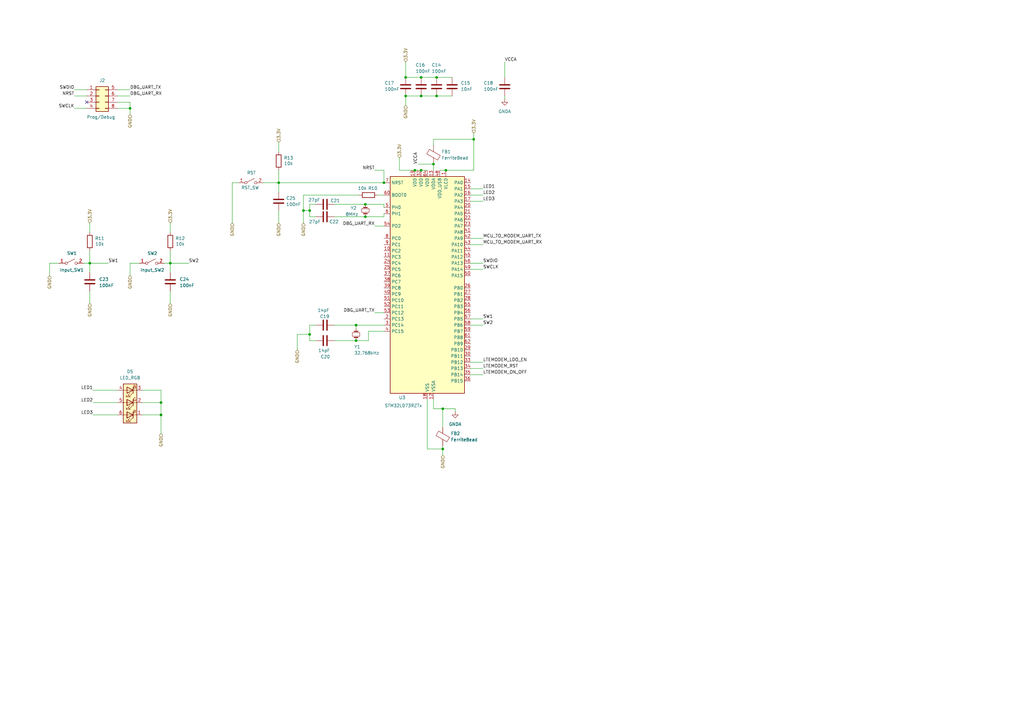
<source format=kicad_sch>
(kicad_sch (version 20231120) (generator "eeschema") (generator_version "8.0")
  (paper "A3")
  (lib_symbols
    (symbol "Connector_Generic:Conn_02x04_Top_Bottom" (pin_names (offset 1.016) hide)
      (property "Reference" "J" (at 1.27 5.08 0))
      (property "Value" "Conn_02x04_Top_Bottom" (at 1.27 -7.62 0))
      (symbol "Conn_02x04_Top_Bottom_1_1"
        (rectangle (start -1.27 -4.953) (end 0 -5.207) (stroke (width 0.1524)))
        (rectangle (start -1.27 -2.413) (end 0 -2.667) (stroke (width 0.1524)))
        (rectangle (start -1.27 0.127) (end 0 -0.127) (stroke (width 0.1524)))
        (rectangle (start -1.27 2.667) (end 0 2.413) (stroke (width 0.1524)))
        (rectangle (start -1.27 3.81) (end 3.81 -6.35) (stroke (width 0.254)) (fill (type background)))
        (rectangle (start 3.81 -4.953) (end 2.54 -5.207) (stroke (width 0.1524)))
        (rectangle (start 3.81 -2.413) (end 2.54 -2.667) (stroke (width 0.1524)))
        (rectangle (start 3.81 0.127) (end 2.54 -0.127) (stroke (width 0.1524)))
        (rectangle (start 3.81 2.667) (end 2.54 2.413) (stroke (width 0.1524)))
        (pin passive line (at -5.08 2.54 0) (length 3.81) (name "Pin_1") (number "1"))
        (pin passive line (at -5.08 0 0) (length 3.81) (name "Pin_2") (number "2"))
        (pin passive line (at -5.08 -2.54 0) (length 3.81) (name "Pin_3") (number "3"))
        (pin passive line (at -5.08 -5.08 0) (length 3.81) (name "Pin_4") (number "4"))
        (pin passive line (at 7.62 2.54 180) (length 3.81) (name "Pin_5") (number "5"))
        (pin passive line (at 7.62 0 180) (length 3.81) (name "Pin_6") (number "6"))
        (pin passive line (at 7.62 -2.54 180) (length 3.81) (name "Pin_7") (number "7"))
        (pin passive line (at 7.62 -5.08 180) (length 3.81) (name "Pin_8") (number "8"))
      )
    )
    (symbol "Device:C" (pin_numbers hide) (pin_names (offset 0.254))
      (property "Reference" "C" (at 0.635 2.54 0))
      (property "Value" "C" (at 0.635 -2.54 0))
      (symbol "C_0_1"
        (polyline (pts (xy -2.032 -0.762) (xy 2.032 -0.762)) (stroke (width 0.508)))
        (polyline (pts (xy -2.032 0.762) (xy 2.032 0.762)) (stroke (width 0.508)))
      )
      (symbol "C_1_1"
        (pin passive line (at 0 3.81 270) (length 2.794) (name "~") (number "1"))
        (pin passive line (at 0 -3.81 90) (length 2.794) (name "~") (number "2"))
      )
    )
    (symbol "Device:FerriteBead" (pin_numbers hide) (pin_names (offset 0))
      (property "Reference" "FB" (at -3.81 0.635 90))
      (property "Value" "FerriteBead" (at 3.81 0 90))
      (symbol "FerriteBead_0_1"
        (polyline (pts (xy 0 -1.27) (xy 0 -1.2192)))
        (polyline (pts (xy 0 1.27) (xy 0 1.2954)))
        (polyline (pts (xy -2.7686 0.4064) (xy -1.7018 2.2606) (xy 2.7686 -0.3048) (xy 1.6764 -2.159) (xy -2.7686 0.4064)))
      )
      (symbol "FerriteBead_1_1"
        (pin passive line (at 0 3.81 270) (length 2.54) (name "~") (number "1"))
        (pin passive line (at 0 -3.81 90) (length 2.54) (name "~") (number "2"))
      )
    )
    (symbol "Device:LED_RGB" (pin_names (offset 0) hide)
      (property "Reference" "D" (at 0 9.398 0))
      (property "Value" "LED_RGB" (at 0 -8.89 0))
      (symbol "LED_RGB_0_0"
        (text "B" (at -1.905 -6.35 0) (effects (font (size 1.27 1.27))))
        (text "G" (at -1.905 -1.27 0) (effects (font (size 1.27 1.27))))
        (text "R" (at -1.905 3.81 0) (effects (font (size 1.27 1.27))))
      )
      (symbol "LED_RGB_0_1"
        (polyline (pts (xy -1.27 -5.08) (xy -2.54 -5.08)))
        (polyline (pts (xy -1.27 -5.08) (xy 1.27 -5.08)))
        (polyline (pts (xy -1.27 -3.81) (xy -1.27 -6.35)) (stroke (width 0.254)))
        (polyline (pts (xy -1.27 0) (xy -2.54 0)))
        (polyline (pts (xy -1.27 1.27) (xy -1.27 -1.27)) (stroke (width 0.254)))
        (polyline (pts (xy -1.27 5.08) (xy -2.54 5.08)))
        (polyline (pts (xy -1.27 5.08) (xy 1.27 5.08)))
        (polyline (pts (xy -1.27 6.35) (xy -1.27 3.81)) (stroke (width 0.254)))
        (polyline (pts (xy 1.27 -5.08) (xy 2.54 -5.08)))
        (polyline (pts (xy 1.27 0) (xy -1.27 0)))
        (polyline (pts (xy 1.27 0) (xy 2.54 0)))
        (polyline (pts (xy 1.27 5.08) (xy 2.54 5.08)))
        (polyline (pts (xy -1.27 1.27) (xy -1.27 -1.27) (xy -1.27 -1.27)))
        (polyline (pts (xy -1.27 6.35) (xy -1.27 3.81) (xy -1.27 3.81)))
        (polyline (pts (xy 1.27 -3.81) (xy 1.27 -6.35) (xy -1.27 -5.08) (xy 1.27 -3.81)) (stroke (width 0.254)))
        (polyline (pts (xy 1.27 1.27) (xy 1.27 -1.27) (xy -1.27 0) (xy 1.27 1.27)) (stroke (width 0.254)))
        (polyline (pts (xy 1.27 6.35) (xy 1.27 3.81) (xy -1.27 5.08) (xy 1.27 6.35)) (stroke (width 0.254)))
        (polyline (pts (xy -1.016 -3.81) (xy 0.508 -2.286) (xy -0.254 -2.286) (xy 0.508 -2.286) (xy 0.508 -3.048)))
        (polyline (pts (xy -1.016 1.27) (xy 0.508 2.794) (xy -0.254 2.794) (xy 0.508 2.794) (xy 0.508 2.032)))
        (polyline (pts (xy -1.016 6.35) (xy 0.508 7.874) (xy -0.254 7.874) (xy 0.508 7.874) (xy 0.508 7.112)))
        (polyline (pts (xy 0 -3.81) (xy 1.524 -2.286) (xy 0.762 -2.286) (xy 1.524 -2.286) (xy 1.524 -3.048)))
        (polyline (pts (xy 0 1.27) (xy 1.524 2.794) (xy 0.762 2.794) (xy 1.524 2.794) (xy 1.524 2.032)))
        (polyline (pts (xy 0 6.35) (xy 1.524 7.874) (xy 0.762 7.874) (xy 1.524 7.874) (xy 1.524 7.112)))
        (rectangle (start 1.27 -1.27) (end 1.27 1.27))
        (rectangle (start 1.27 1.27) (end 1.27 1.27))
        (rectangle (start 1.27 3.81) (end 1.27 6.35))
        (rectangle (start 1.27 6.35) (end 1.27 6.35))
        (rectangle (start 2.794 8.382) (end -2.794 -7.62) (stroke (width 0.254)) (fill (type background)))
      )
      (symbol "LED_RGB_1_1"
        (pin passive line (at -5.08 5.08 0) (length 2.54) (name "RK") (number "1"))
        (pin passive line (at -5.08 0 0) (length 2.54) (name "GK") (number "2"))
        (pin passive line (at -5.08 -5.08 0) (length 2.54) (name "BK") (number "3"))
        (pin passive line (at 5.08 -5.08 180) (length 2.54) (name "BA") (number "4"))
        (pin passive line (at 5.08 0 180) (length 2.54) (name "GA") (number "5"))
        (pin passive line (at 5.08 5.08 180) (length 2.54) (name "RA") (number "6"))
      )
    )
    (symbol "Device:R" (pin_numbers hide) (pin_names (offset 0))
      (property "Reference" "R" (at 2.032 0 90))
      (property "Value" "R" (at 0 0 90))
      (symbol "R_0_1"
        (rectangle (start -1.016 -2.54) (end 1.016 2.54) (stroke (width 0.254)))
      )
      (symbol "R_1_1"
        (pin passive line (at 0 3.81 270) (length 1.27) (name "~") (number "1"))
        (pin passive line (at 0 -3.81 90) (length 1.27) (name "~") (number "2"))
      )
    )
    (symbol "MCU_ST_STM32L0:STM32L073RZTx"
      (property "Reference" "U" (at -15.24 46.99 0))
      (property "Value" "STM32L073RZTx" (at 10.16 46.99 0))
      (symbol "STM32L073RZTx_0_1"
        (rectangle (start -15.24 -43.18) (end 15.24 45.72) (stroke (width 0.254)) (fill (type background)))
      )
      (symbol "STM32L073RZTx_1_1"
        (pin power_in line (at 7.62 48.26 270) (length 2.54) (name "VLCD") (number "1"))
        (pin bidirectional line (at -17.78 15.24 0) (length 2.54) (name "PC2") (number "10"))
        (pin bidirectional line (at -17.78 12.7 0) (length 2.54) (name "PC3") (number "11"))
        (pin power_in line (at 2.54 -45.72 90) (length 2.54) (name "VSSA") (number "12"))
        (pin power_in line (at 2.54 48.26 270) (length 2.54) (name "VDDA") (number "13"))
        (pin bidirectional line (at 17.78 43.18 180) (length 2.54) (name "PA0") (number "14"))
        (pin bidirectional line (at 17.78 40.64 180) (length 2.54) (name "PA1") (number "15"))
        (pin bidirectional line (at 17.78 38.1 180) (length 2.54) (name "PA2") (number "16"))
        (pin bidirectional line (at 17.78 35.56 180) (length 2.54) (name "PA3") (number "17"))
        (pin power_in line (at 0 -45.72 90) (length 2.54) (name "VSS") (number "18"))
        (pin power_in line (at -5.08 48.26 270) (length 2.54) (name "VDD") (number "19"))
        (pin bidirectional line (at -17.78 -12.7 0) (length 2.54) (name "PC13") (number "2"))
        (pin bidirectional line (at 17.78 33.02 180) (length 2.54) (name "PA4") (number "20"))
        (pin bidirectional line (at 17.78 30.48 180) (length 2.54) (name "PA5") (number "21"))
        (pin bidirectional line (at 17.78 27.94 180) (length 2.54) (name "PA6") (number "22"))
        (pin bidirectional line (at 17.78 25.4 180) (length 2.54) (name "PA7") (number "23"))
        (pin bidirectional line (at -17.78 10.16 0) (length 2.54) (name "PC4") (number "24"))
        (pin bidirectional line (at -17.78 7.62 0) (length 2.54) (name "PC5") (number "25"))
        (pin bidirectional line (at 17.78 0 180) (length 2.54) (name "PB0") (number "26"))
        (pin bidirectional line (at 17.78 -2.54 180) (length 2.54) (name "PB1") (number "27"))
        (pin bidirectional line (at 17.78 -5.08 180) (length 2.54) (name "PB2") (number "28"))
        (pin bidirectional line (at 17.78 -25.4 180) (length 2.54) (name "PB10") (number "29"))
        (pin bidirectional line (at -17.78 -15.24 0) (length 2.54) (name "PC14") (number "3"))
        (pin bidirectional line (at 17.78 -27.94 180) (length 2.54) (name "PB11") (number "30"))
        (pin passive line (at 0 -45.72 90) (length 2.54) hide (name "VSS") (number "31"))
        (pin power_in line (at -2.54 48.26 270) (length 2.54) (name "VDD") (number "32"))
        (pin bidirectional line (at 17.78 -30.48 180) (length 2.54) (name "PB12") (number "33"))
        (pin bidirectional line (at 17.78 -33.02 180) (length 2.54) (name "PB13") (number "34"))
        (pin bidirectional line (at 17.78 -35.56 180) (length 2.54) (name "PB14") (number "35"))
        (pin bidirectional line (at 17.78 -38.1 180) (length 2.54) (name "PB15") (number "36"))
        (pin bidirectional line (at -17.78 5.08 0) (length 2.54) (name "PC6") (number "37"))
        (pin bidirectional line (at -17.78 2.54 0) (length 2.54) (name "PC7") (number "38"))
        (pin bidirectional line (at -17.78 0 0) (length 2.54) (name "PC8") (number "39"))
        (pin bidirectional line (at -17.78 -17.78 0) (length 2.54) (name "PC15") (number "4"))
        (pin bidirectional line (at -17.78 -2.54 0) (length 2.54) (name "PC9") (number "40"))
        (pin bidirectional line (at 17.78 22.86 180) (length 2.54) (name "PA8") (number "41"))
        (pin bidirectional line (at 17.78 20.32 180) (length 2.54) (name "PA9") (number "42"))
        (pin bidirectional line (at 17.78 17.78 180) (length 2.54) (name "PA10") (number "43"))
        (pin bidirectional line (at 17.78 15.24 180) (length 2.54) (name "PA11") (number "44"))
        (pin bidirectional line (at 17.78 12.7 180) (length 2.54) (name "PA12") (number "45"))
        (pin bidirectional line (at 17.78 10.16 180) (length 2.54) (name "PA13") (number "46"))
        (pin passive line (at 0 -45.72 90) (length 2.54) hide (name "VSS") (number "47"))
        (pin power_in line (at 5.08 48.26 270) (length 2.54) (name "VDD_USB") (number "48"))
        (pin bidirectional line (at 17.78 7.62 180) (length 2.54) (name "PA14") (number "49"))
        (pin bidirectional line (at -17.78 33.02 0) (length 2.54) (name "PH0") (number "5"))
        (pin bidirectional line (at 17.78 5.08 180) (length 2.54) (name "PA15") (number "50"))
        (pin bidirectional line (at -17.78 -5.08 0) (length 2.54) (name "PC10") (number "51"))
        (pin bidirectional line (at -17.78 -7.62 0) (length 2.54) (name "PC11") (number "52"))
        (pin bidirectional line (at -17.78 -10.16 0) (length 2.54) (name "PC12") (number "53"))
        (pin bidirectional line (at -17.78 25.4 0) (length 2.54) (name "PD2") (number "54"))
        (pin bidirectional line (at 17.78 -7.62 180) (length 2.54) (name "PB3") (number "55"))
        (pin bidirectional line (at 17.78 -10.16 180) (length 2.54) (name "PB4") (number "56"))
        (pin bidirectional line (at 17.78 -12.7 180) (length 2.54) (name "PB5") (number "57"))
        (pin bidirectional line (at 17.78 -15.24 180) (length 2.54) (name "PB6") (number "58"))
        (pin bidirectional line (at 17.78 -17.78 180) (length 2.54) (name "PB7") (number "59"))
        (pin bidirectional line (at -17.78 30.48 0) (length 2.54) (name "PH1") (number "6"))
        (pin input line (at -17.78 38.1 0) (length 2.54) (name "BOOT0") (number "60"))
        (pin bidirectional line (at 17.78 -20.32 180) (length 2.54) (name "PB8") (number "61"))
        (pin bidirectional line (at 17.78 -22.86 180) (length 2.54) (name "PB9") (number "62"))
        (pin passive line (at 0 -45.72 90) (length 2.54) hide (name "VSS") (number "63"))
        (pin power_in line (at 0 48.26 270) (length 2.54) (name "VDD") (number "64"))
        (pin input line (at -17.78 43.18 0) (length 2.54) (name "NRST") (number "7"))
        (pin bidirectional line (at -17.78 20.32 0) (length 2.54) (name "PC0") (number "8"))
        (pin bidirectional line (at -17.78 17.78 0) (length 2.54) (name "PC1") (number "9"))
      )
    )
    (symbol "SparkFun-Clock:Crystal" (pin_numbers hide) (pin_names (offset 1.016) hide)
      (property "Reference" "Y" (at 0 2.54 0))
      (property "Value" "Crystal" (at 0 -2.54 0))
      (symbol "Crystal_0_1"
        (rectangle (start -0.762 -1.524) (end 0.762 1.524))
        (polyline (pts (xy -1.27 -0.762) (xy -1.27 0.762)) (stroke (width 0.381)))
        (polyline (pts (xy 1.27 -0.762) (xy 1.27 0.762)) (stroke (width 0.381)))
      )
      (symbol "Crystal_1_1"
        (pin passive line (at -2.54 0 0) (length 1.27) (name "1") (number "1"))
        (pin passive line (at 2.54 0 180) (length 1.27) (name "2") (number "2"))
      )
    )
    (symbol "SparkFun-Clock:Crystal_32.768kHz_3.2x1.5mm" (pin_numbers hide) (pin_names (offset 1.016) hide)
      (property "Reference" "Y" (at 0 2.54 0))
      (property "Value" "32.768kHz" (at 0 -2.54 0))
      (symbol "Crystal_32.768kHz_3.2x1.5mm_0_1"
        (rectangle (start -0.762 -1.524) (end 0.762 1.524))
        (polyline (pts (xy -1.27 -0.762) (xy -1.27 0.762)) (stroke (width 0.381)))
        (polyline (pts (xy 1.27 -0.762) (xy 1.27 0.762)) (stroke (width 0.381)))
      )
      (symbol "Crystal_32.768kHz_3.2x1.5mm_1_1"
        (pin passive line (at -2.54 0 0) (length 1.27) (name "1") (number "1"))
        (pin passive line (at 2.54 0 180) (length 1.27) (name "2") (number "2"))
      )
    )
    (symbol "Switch:SW_SPST" (pin_names (offset 0) hide)
      (property "Reference" "SW" (at 0 3.175 0))
      (property "Value" "SW_SPST" (at 0 -2.54 0))
      (symbol "SW_SPST_0_0"
        (circle (center -2.032 0) (radius 0.508))
        (polyline (pts (xy -1.524 0.254) (xy 1.524 1.778)))
        (circle (center 2.032 0) (radius 0.508))
      )
      (symbol "SW_SPST_1_1"
        (pin passive line (at -5.08 0 0) (length 2.54) (name "A") (number "1"))
        (pin passive line (at 5.08 0 180) (length 2.54) (name "B") (number "2"))
      )
    )
    (symbol "power:GNDA" (power) (pin_numbers hide) (pin_names (offset 0) hide)
      (property "Value" "GNDA" (at 0 -3.81 0))
      (symbol "GNDA_0_1"
        (polyline (pts (xy 0 0) (xy 0 -1.27) (xy 1.27 -1.27) (xy 0 -2.54) (xy -1.27 -1.27) (xy 0 -1.27)))
      )
      (symbol "GNDA_1_1"
        (pin power_in line (at 0 0 270) (length 0) (name "~") (number "1"))
      )
    )
  )
  (junction (at 181.61 184.15))
  (junction (at 124.46 86.36))
  (junction (at 149.86 83.82))
  (junction (at 66.04 170.18))
  (junction (at 179.07 31.75))
  (junction (at 157.48 74.93))
  (junction (at 166.37 39.37))
  (junction (at 146.05 139.7))
  (junction (at 182.88 69.85))
  (junction (at 114.3 74.93))
  (junction (at 69.85 107.95))
  (junction (at 166.37 31.75))
  (junction (at 53.34 44.45))
  (junction (at 179.07 39.37))
  (junction (at 194.31 57.15))
  (junction (at 181.61 167.64))
  (junction (at 172.72 69.85))
  (junction (at 36.83 107.95))
  (junction (at 177.8 67.31))
  (junction (at 127 86.36))
  (junction (at 172.72 39.37))
  (junction (at 170.18 69.85))
  (junction (at 66.04 165.1))
  (junction (at 127 137.16))
  (junction (at 172.72 31.75))
  (junction (at 146.05 133.35))
  (junction (at 149.86 88.9))
  (no_connect (at 35.56 41.91))
  (wire (pts (xy 181.61 167.64) (xy 177.8 167.64)))
  (wire (pts (xy 20.32 107.95) (xy 24.13 107.95)))
  (wire (pts (xy 163.83 69.85) (xy 170.18 69.85)))
  (wire (pts (xy 48.26 41.91) (xy 53.34 41.91)))
  (wire (pts (xy 180.34 69.85) (xy 182.88 69.85)))
  (wire (pts (xy 53.34 44.45) (xy 53.34 46.99)))
  (wire (pts (xy 163.83 64.77) (xy 163.83 69.85)))
  (wire (pts (xy 177.8 57.15) (xy 194.31 57.15)))
  (wire (pts (xy 151.13 139.7) (xy 151.13 135.89)))
  (wire (pts (xy 207.01 25.4) (xy 207.01 31.75)))
  (wire (pts (xy 36.83 102.87) (xy 36.83 107.95)))
  (wire (pts (xy 69.85 102.87) (xy 69.85 107.95)))
  (wire (pts (xy 166.37 31.75) (xy 172.72 31.75)))
  (wire (pts (xy 30.48 39.37) (xy 35.56 39.37)))
  (wire (pts (xy 172.72 69.85) (xy 175.26 69.85)))
  (wire (pts (xy 30.48 44.45) (xy 35.56 44.45)))
  (wire (pts (xy 166.37 25.4) (xy 166.37 31.75)))
  (wire (pts (xy 66.04 170.18) (xy 66.04 177.8)))
  (wire (pts (xy 121.92 143.51) (xy 121.92 137.16)))
  (wire (pts (xy 69.85 107.95) (xy 67.31 107.95)))
  (wire (pts (xy 157.48 69.85) (xy 153.67 69.85)))
  (wire (pts (xy 149.86 83.82) (xy 157.48 83.82)))
  (wire (pts (xy 194.31 57.15) (xy 194.31 69.85)))
  (wire (pts (xy 186.69 167.64) (xy 186.69 168.91)))
  (wire (pts (xy 157.48 88.9) (xy 157.48 87.63)))
  (wire (pts (xy 193.04 130.81) (xy 198.12 130.81)))
  (wire (pts (xy 193.04 77.47) (xy 198.12 77.47)))
  (wire (pts (xy 69.85 119.38) (xy 69.85 124.46)))
  (wire (pts (xy 127 139.7) (xy 127 137.16)))
  (wire (pts (xy 177.8 59.69) (xy 177.8 57.15)))
  (wire (pts (xy 193.04 80.01) (xy 198.12 80.01)))
  (wire (pts (xy 193.04 107.95) (xy 198.12 107.95)))
  (wire (pts (xy 124.46 80.01) (xy 124.46 86.36)))
  (wire (pts (xy 177.8 67.31) (xy 177.8 69.85)))
  (wire (pts (xy 137.16 83.82) (xy 149.86 83.82)))
  (wire (pts (xy 127 83.82) (xy 127 86.36)))
  (wire (pts (xy 95.25 91.44) (xy 95.25 74.93)))
  (wire (pts (xy 114.3 78.74) (xy 114.3 74.93)))
  (wire (pts (xy 193.04 148.59) (xy 198.12 148.59)))
  (wire (pts (xy 36.83 107.95) (xy 44.45 107.95)))
  (wire (pts (xy 48.26 36.83) (xy 53.34 36.83)))
  (wire (pts (xy 38.1 160.02) (xy 48.26 160.02)))
  (wire (pts (xy 66.04 160.02) (xy 66.04 165.1)))
  (wire (pts (xy 38.1 170.18) (xy 48.26 170.18)))
  (wire (pts (xy 36.83 107.95) (xy 34.29 107.95)))
  (wire (pts (xy 149.86 88.9) (xy 157.48 88.9)))
  (wire (pts (xy 129.54 83.82) (xy 127 83.82)))
  (wire (pts (xy 107.95 74.93) (xy 114.3 74.93)))
  (wire (pts (xy 124.46 86.36) (xy 127 86.36)))
  (wire (pts (xy 69.85 107.95) (xy 77.47 107.95)))
  (wire (pts (xy 157.48 74.93) (xy 157.48 69.85)))
  (wire (pts (xy 127 139.7) (xy 129.54 139.7)))
  (wire (pts (xy 193.04 153.67) (xy 198.12 153.67)))
  (wire (pts (xy 127 86.36) (xy 127 88.9)))
  (wire (pts (xy 69.85 111.76) (xy 69.85 107.95)))
  (wire (pts (xy 114.3 58.42) (xy 114.3 62.23)))
  (wire (pts (xy 36.83 111.76) (xy 36.83 107.95)))
  (wire (pts (xy 147.32 80.01) (xy 124.46 80.01)))
  (wire (pts (xy 38.1 165.1) (xy 48.26 165.1)))
  (wire (pts (xy 121.92 137.16) (xy 127 137.16)))
  (wire (pts (xy 175.26 184.15) (xy 181.61 184.15)))
  (wire (pts (xy 172.72 39.37) (xy 179.07 39.37)))
  (wire (pts (xy 20.32 113.03) (xy 20.32 107.95)))
  (wire (pts (xy 193.04 133.35) (xy 198.12 133.35)))
  (wire (pts (xy 146.05 133.35) (xy 157.48 133.35)))
  (wire (pts (xy 137.16 88.9) (xy 149.86 88.9)))
  (wire (pts (xy 193.04 110.49) (xy 198.12 110.49)))
  (wire (pts (xy 146.05 139.7) (xy 151.13 139.7)))
  (wire (pts (xy 53.34 44.45) (xy 48.26 44.45)))
  (wire (pts (xy 95.25 74.93) (xy 97.79 74.93)))
  (wire (pts (xy 127 88.9) (xy 129.54 88.9)))
  (wire (pts (xy 36.83 119.38) (xy 36.83 124.46)))
  (wire (pts (xy 207.01 39.37) (xy 207.01 40.64)))
  (wire (pts (xy 58.42 165.1) (xy 66.04 165.1)))
  (wire (pts (xy 179.07 31.75) (xy 185.42 31.75)))
  (wire (pts (xy 69.85 91.44) (xy 69.85 95.25)))
  (wire (pts (xy 124.46 91.44) (xy 124.46 86.36)))
  (wire (pts (xy 193.04 151.13) (xy 198.12 151.13)))
  (wire (pts (xy 53.34 41.91) (xy 53.34 44.45)))
  (wire (pts (xy 114.3 74.93) (xy 157.48 74.93)))
  (wire (pts (xy 53.34 113.03) (xy 53.34 107.95)))
  (wire (pts (xy 181.61 182.88) (xy 181.61 184.15)))
  (wire (pts (xy 127 133.35) (xy 129.54 133.35)))
  (wire (pts (xy 179.07 39.37) (xy 185.42 39.37)))
  (wire (pts (xy 36.83 91.44) (xy 36.83 95.25)))
  (wire (pts (xy 181.61 184.15) (xy 181.61 186.69)))
  (wire (pts (xy 58.42 170.18) (xy 66.04 170.18)))
  (wire (pts (xy 193.04 82.55) (xy 198.12 82.55)))
  (wire (pts (xy 137.16 133.35) (xy 146.05 133.35)))
  (wire (pts (xy 151.13 135.89) (xy 157.48 135.89)))
  (wire (pts (xy 166.37 39.37) (xy 172.72 39.37)))
  (wire (pts (xy 194.31 54.61) (xy 194.31 57.15)))
  (wire (pts (xy 66.04 165.1) (xy 66.04 170.18)))
  (wire (pts (xy 181.61 167.64) (xy 186.69 167.64)))
  (wire (pts (xy 175.26 163.83) (xy 175.26 184.15)))
  (wire (pts (xy 114.3 86.36) (xy 114.3 91.44)))
  (wire (pts (xy 53.34 107.95) (xy 57.15 107.95)))
  (wire (pts (xy 137.16 139.7) (xy 146.05 139.7)))
  (wire (pts (xy 58.42 160.02) (xy 66.04 160.02)))
  (wire (pts (xy 30.48 36.83) (xy 35.56 36.83)))
  (wire (pts (xy 172.72 31.75) (xy 179.07 31.75)))
  (wire (pts (xy 177.8 167.64) (xy 177.8 163.83)))
  (wire (pts (xy 157.48 83.82) (xy 157.48 85.09)))
  (wire (pts (xy 146.05 134.62) (xy 146.05 133.35)))
  (wire (pts (xy 170.18 69.85) (xy 172.72 69.85)))
  (wire (pts (xy 171.45 67.31) (xy 177.8 67.31)))
  (wire (pts (xy 153.67 92.71) (xy 157.48 92.71)))
  (wire (pts (xy 127 137.16) (xy 127 133.35)))
  (wire (pts (xy 181.61 167.64) (xy 181.61 175.26)))
  (wire (pts (xy 193.04 97.79) (xy 198.12 97.79)))
  (wire (pts (xy 114.3 69.85) (xy 114.3 74.93)))
  (wire (pts (xy 154.94 80.01) (xy 157.48 80.01)))
  (wire (pts (xy 166.37 39.37) (xy 166.37 43.18)))
  (wire (pts (xy 193.04 100.33) (xy 198.12 100.33)))
  (wire (pts (xy 194.31 69.85) (xy 182.88 69.85)))
  (wire (pts (xy 48.26 39.37) (xy 53.34 39.37)))
  (wire (pts (xy 153.67 128.27) (xy 157.48 128.27)))
  (label "LED1" (at 38.1 160.02 180))
  (label "DBG_UART_TX" (at 53.34 36.83 0))
  (label "LTEMODEM_ON_OFF" (at 198.12 153.67 0))
  (label "NRST" (at 30.48 39.37 180))
  (label "LED3" (at 38.1 170.18 180))
  (label "SWCLK" (at 198.12 110.49 0))
  (label "DBG_UART_TX" (at 153.67 128.27 180))
  (label "LED1" (at 198.12 77.47 0))
  (label "VCCA" (at 171.45 67.31 90))
  (label "LED2" (at 198.12 80.01 0))
  (label "MCU_TO_MODEM_UART_TX" (at 198.12 97.79 0))
  (label "SWDIO" (at 198.12 107.95 0))
  (label "DBG_UART_RX" (at 153.67 92.71 180))
  (label "SWDIO" (at 30.48 36.83 180))
  (label "DBG_UART_RX" (at 53.34 39.37 0))
  (label "LTEMODEM_LDO_EN" (at 198.12 148.59 0))
  (label "SW2" (at 198.12 133.35 0))
  (label "VCCA" (at 207.01 25.4 0))
  (label "SW1" (at 44.45 107.95 0))
  (label "NRST" (at 153.67 69.85 180))
  (label "SW2" (at 77.47 107.95 0))
  (label "SW1" (at 198.12 130.81 0))
  (label "LTEMODEM_RST" (at 198.12 151.13 0))
  (label "LED2" (at 38.1 165.1 180))
  (label "LED3" (at 198.12 82.55 0))
  (label "SWCLK" (at 30.48 44.45 180))
  (label "MCU_TO_MODEM_UART_RX" (at 198.12 100.33 0))
  (hierarchical_label "GND" (shape input) (at 124.46 91.44 270))
  (hierarchical_label "GND" (shape input) (at 114.3 91.44 270))
  (hierarchical_label "GND" (shape input) (at 53.34 46.99 270))
  (hierarchical_label "3.3V" (shape input) (at 36.83 91.44 90))
  (hierarchical_label "GND" (shape input) (at 53.34 113.03 270))
  (hierarchical_label "3.3V" (shape input) (at 163.83 64.77 90))
  (hierarchical_label "GND" (shape input) (at 181.61 186.69 270))
  (hierarchical_label "GND" (shape input) (at 36.83 124.46 270))
  (hierarchical_label "GND" (shape input) (at 121.92 143.51 270))
  (hierarchical_label "3.3V" (shape input) (at 114.3 58.42 90))
  (hierarchical_label "GND" (shape input) (at 95.25 91.44 270))
  (hierarchical_label "3.3V" (shape input) (at 194.31 54.61 90))
  (hierarchical_label "GND" (shape input) (at 66.04 177.8 270))
  (hierarchical_label "GND" (shape input) (at 20.32 113.03 270))
  (hierarchical_label "GND" (shape input) (at 166.37 43.18 270))
  (hierarchical_label "GND" (shape input) (at 69.85 124.46 270))
  (hierarchical_label "3.3V" (shape input) (at 166.37 25.4 90))
  (hierarchical_label "3.3V" (shape input) (at 69.85 91.44 90))
  (symbol (lib_id "Device:C") (at 69.85 115.57 0) (unit 1)
    (property "Reference" "C24" (at 73.66 114.554 0) (effects (justify left)))
    (property "Value" "100nF" (at 73.66 117.094 0) (effects (justify left)))
    (property "Description" "Unpolarized capacitor" (effects (hide yes)))
  )
  (symbol (lib_id "Device:R") (at 151.13 80.01 90) (unit 1)
    (property "Reference" "R10" (at 152.908 77.216 90))
    (property "Value" "10k" (at 148.59 77.216 90))
    (property "Description" "Resistor" (effects (hide yes)))
  )
  (symbol (lib_id "Device:LED_RGB") (at 53.34 165.1 180) (unit 1)
    (property "Reference" "D5" (at 53.34 152.4 0))
    (property "Value" "LED_RGB" (at 53.34 154.94 0))
    (property "Description" "RGB LED, 6 pin package" (effects (hide yes)))
  )
  (symbol (lib_id "SparkFun-Clock:Crystal_32.768kHz_3.2x1.5mm") (at 146.05 137.16 270) (unit 1)
    (property "Reference" "Y1" (at 145.288 142.24 90) (effects (justify left)))
    (property "Value" "32.768kHz" (at 145.288 144.78 90) (effects (justify left)))
    (property "Footprint" "SparkFun-Clock:Crystal_SMD_3.2x1.5mm" (effects (hide yes)))
    (property "Datasheet" "https://abracon.com/Resonators/ABS07.pdf" (effects (hide yes)))
    (property "Description" "Crystal" (effects (hide yes)))
    (property "PROD_ID" "XTAL-13062" (effects (hide yes)))
  )
  (symbol (lib_id "Device:C") (at 133.35 83.82 90) (unit 1)
    (property "Reference" "C21" (at 139.446 82.296 90) (effects (justify left)))
    (property "Value" "27pF" (at 131.318 82.042 90) (effects (justify left)))
    (property "Description" "Unpolarized capacitor" (effects (hide yes)))
  )
  (symbol (lib_id "Device:C") (at 172.72 35.56 0) (unit 1)
    (property "Reference" "C16" (at 170.434 26.67 0) (effects (justify left)))
    (property "Value" "100nF" (at 170.434 29.21 0) (effects (justify left)))
    (property "Description" "Unpolarized capacitor" (effects (hide yes)))
  )
  (symbol (lib_id "MCU_ST_STM32L0:STM32L073RZTx") (at 175.26 118.11 0) (unit 1)
    (property "Reference" "U3" (at 163.576 163.068 0) (effects (justify left)))
    (property "Value" "STM32L073RZTx" (at 157.734 166.37 0) (effects (justify left)))
    (property "Footprint" "Package_QFP:LQFP-64_10x10mm_P0.5mm" (effects (hide yes)))
    (property "Datasheet" "https://www.st.com/resource/en/datasheet/stm32l073rz.pdf" (effects (hide yes)))
    (property "Description" "STMicroelectronics Arm Cortex-M0+ MCU, 192KB flash, 20KB RAM, 32 MHz, 1.65-3.6V, 51 GPIO, LQFP64" (effects (hide yes)))
  )
  (symbol (lib_id "Device:FerriteBead") (at 181.61 179.07 0) (unit 1)
    (property "Reference" "FB2" (at 184.912 177.8 0) (effects (justify left)))
    (property "Value" "FerriteBead" (at 184.912 180.34 0) (effects (justify left)))
    (property "Description" "Ferrite bead" (effects (hide yes)))
  )
  (symbol (lib_id "SparkFun-Clock:Crystal") (at 149.86 86.36 90) (unit 1)
    (property "Reference" "Y2" (at 143.764 85.344 90) (effects (justify right)))
    (property "Value" "8MHz" (at 141.732 87.884 90) (effects (justify right)))
    (property "Footprint" "SparkFun-Clock:Crystal-SMD-5x3.2mm" (effects (hide yes)))
    (property "Description" "Crystal" (effects (hide yes)))
    (property "PROD_ID" "XTAL-" (effects (hide yes)))
  )
  (symbol (lib_id "Device:R") (at 114.3 66.04 180) (unit 1)
    (property "Reference" "R13" (at 118.364 64.77 0))
    (property "Value" "10k" (at 118.364 67.056 0))
    (property "Description" "Resistor" (effects (hide yes)))
  )
  (symbol (lib_id "Device:R") (at 69.85 99.06 180) (unit 1)
    (property "Reference" "R12" (at 73.914 97.79 0))
    (property "Value" "10k" (at 73.914 100.076 0))
    (property "Description" "Resistor" (effects (hide yes)))
  )
  (symbol (lib_id "Device:C") (at 179.07 35.56 0) (unit 1)
    (property "Reference" "C14" (at 177.038 26.67 0) (effects (justify left)))
    (property "Value" "100nF" (at 177.038 29.21 0) (effects (justify left)))
    (property "Description" "Unpolarized capacitor" (effects (hide yes)))
  )
  (symbol (lib_id "Device:C") (at 133.35 133.35 90) (unit 1)
    (property "Reference" "C19" (at 135.128 129.794 90) (effects (justify left)))
    (property "Value" "14pF" (at 135.128 127.254 90) (effects (justify left)))
    (property "Description" "Unpolarized capacitor" (effects (hide yes)))
  )
  (symbol (lib_id "Switch:SW_SPST") (at 29.21 107.95 0) (unit 1)
    (property "Reference" "SW1" (at 29.464 103.886 0))
    (property "Value" "Input_SW1" (at 29.464 110.744 0))
    (property "Description" "Single Pole Single Throw (SPST) switch" (effects (hide yes)))
  )
  (symbol (lib_id "Connector_Generic:Conn_02x04_Top_Bottom") (at 40.64 39.37 0) (unit 1)
    (property "Reference" "J2" (at 41.91 33.02 0))
    (property "Value" "Prog/Debug" (at 41.402 48.006 0))
    (property "Footprint" "Connector_PinHeader_2.54mm:PinHeader_2x04_P2.54mm_Vertical" (effects (hide yes)))
    (property "Description" "Generic connector, double row, 02x04, top/bottom pin numbering scheme (row 1: 1...pins_per_row, row2: pins_per_row+1 ... num_pins), script generated (kicad-library-utils/schlib/autogen/connector/)" (effects (hide yes)))
  )
  (symbol (lib_id "Device:FerriteBead") (at 177.8 63.5 0) (unit 1)
    (property "Reference" "FB1" (at 181.102 62.23 0) (effects (justify left)))
    (property "Value" "FerriteBead" (at 181.102 64.77 0) (effects (justify left)))
    (property "Description" "Ferrite bead" (effects (hide yes)))
  )
  (symbol (lib_id "Device:C") (at 207.01 35.56 0) (unit 1)
    (property "Reference" "C18" (at 198.374 34.036 0) (effects (justify left)))
    (property "Value" "100nF" (at 198.374 36.576 0) (effects (justify left)))
    (property "Description" "Unpolarized capacitor" (effects (hide yes)))
  )
  (symbol (lib_id "Switch:SW_SPST") (at 62.23 107.95 0) (unit 1)
    (property "Reference" "SW2" (at 62.484 103.886 0))
    (property "Value" "Input_SW2" (at 62.484 110.744 0))
    (property "Description" "Single Pole Single Throw (SPST) switch" (effects (hide yes)))
  )
  (symbol (lib_id "Device:C") (at 114.3 82.55 0) (unit 1)
    (property "Reference" "C25" (at 117.348 81.28 0) (effects (justify left)))
    (property "Value" "100nF" (at 117.348 83.82 0) (effects (justify left)))
    (property "Description" "Unpolarized capacitor" (effects (hide yes)))
  )
  (symbol (lib_id "power:GNDA") (at 186.69 168.91 0) (unit 1)
    (property "Reference" "#PWR014" (effects (hide yes)))
    (property "Value" "GNDA" (at 186.69 173.99 0))
    (property "Description" "Power symbol creates a global label with name \"GNDA\" , analog ground" (effects (hide yes)))
  )
  (symbol (lib_id "Device:R") (at 36.83 99.06 180) (unit 1)
    (property "Reference" "R11" (at 40.894 97.79 0))
    (property "Value" "10k" (at 40.894 100.076 0))
    (property "Description" "Resistor" (effects (hide yes)))
  )
  (symbol (lib_id "Device:C") (at 133.35 88.9 90) (unit 1)
    (property "Reference" "C22" (at 138.938 90.932 90) (effects (justify left)))
    (property "Value" "27pF" (at 131.572 90.932 90) (effects (justify left)))
    (property "Description" "Unpolarized capacitor" (effects (hide yes)))
  )
  (symbol (lib_id "Device:C") (at 185.42 35.56 0) (unit 1)
    (property "Reference" "C15" (at 188.976 34.036 0) (effects (justify left)))
    (property "Value" "10nF" (at 188.976 36.576 0) (effects (justify left)))
    (property "Description" "Unpolarized capacitor" (effects (hide yes)))
  )
  (symbol (lib_id "Device:C") (at 166.37 35.56 0) (unit 1)
    (property "Reference" "C17" (at 157.734 34.036 0) (effects (justify left)))
    (property "Value" "100nF" (at 157.734 36.576 0) (effects (justify left)))
    (property "Description" "Unpolarized capacitor" (effects (hide yes)))
  )
  (symbol (lib_id "Switch:SW_SPST") (at 102.87 74.93 0) (unit 1)
    (property "Reference" "RST" (at 103.124 70.866 0))
    (property "Value" "RST_SW" (at 102.616 76.962 0))
    (property "Description" "Single Pole Single Throw (SPST) switch" (effects (hide yes)))
  )
  (symbol (lib_id "Device:C") (at 36.83 115.57 0) (unit 1)
    (property "Reference" "C23" (at 40.64 114.554 0) (effects (justify left)))
    (property "Value" "100nF" (at 40.64 117.094 0) (effects (justify left)))
    (property "Description" "Unpolarized capacitor" (effects (hide yes)))
  )
  (symbol (lib_id "Device:C") (at 133.35 139.7 90) (unit 1)
    (property "Reference" "C20" (at 135.382 146.304 90) (effects (justify left)))
    (property "Value" "14pF" (at 135.382 143.764 90) (effects (justify left)))
    (property "Description" "Unpolarized capacitor" (effects (hide yes)))
  )
  (symbol (lib_id "power:GNDA") (at 207.01 40.64 0) (unit 1)
    (property "Reference" "#PWR013" (effects (hide yes)))
    (property "Value" "GNDA" (at 207.01 45.72 0))
    (property "Description" "Power symbol creates a global label with name \"GNDA\" , analog ground" (effects (hide yes)))
  )
)
</source>
